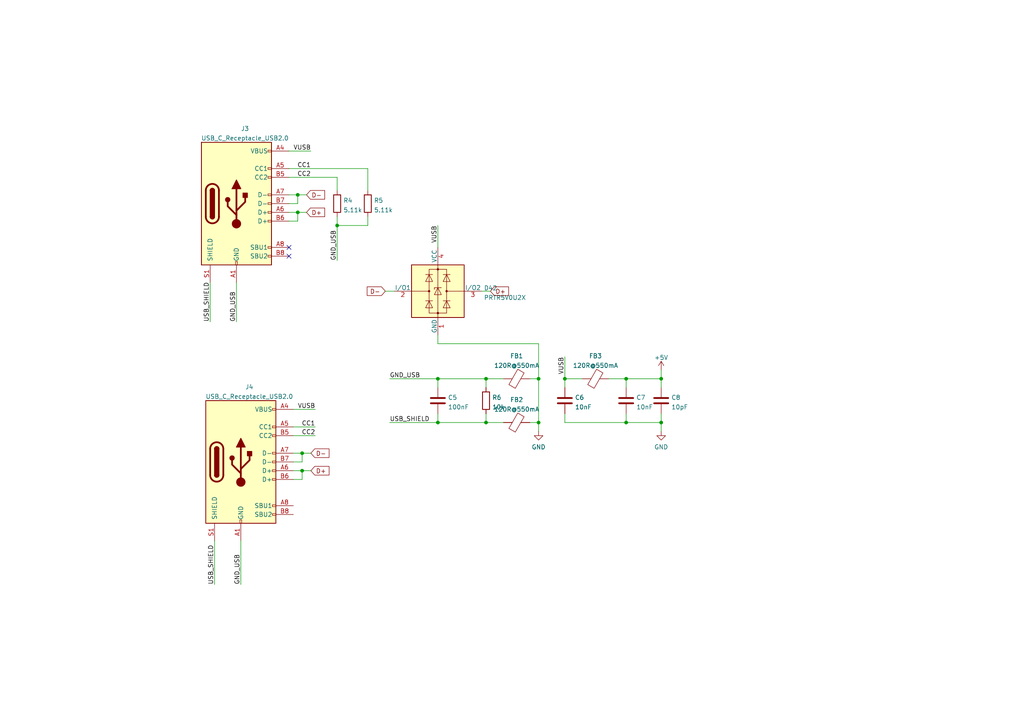
<source format=kicad_sch>
(kicad_sch (version 20210621) (generator eeschema)
  (paper "A4")
  (lib_symbols
    (symbol "Connector:USB_C_Receptacle_USB2.0" (pin_names (offset 1.016))
      (property "Reference" "J" (at -10.16 19.05 0))
      (property "Value" "USB_C_Receptacle_USB2.0" (at 19.05 19.05 0))
      (symbol "USB_C_Receptacle_USB2.0_0_0"
        (rectangle (start -0.254 -17.78) (end 0.254 -16.764))
        (rectangle (start 10.16 -14.986) (end 9.144 -15.494))
        (rectangle (start 10.16 -12.446) (end 9.144 -12.954))
        (rectangle (start 10.16 -4.826) (end 9.144 -5.334))
        (rectangle (start 10.16 -2.286) (end 9.144 -2.794))
        (rectangle (start 10.16 0.254) (end 9.144 -0.254))
        (rectangle (start 10.16 2.794) (end 9.144 2.286))
        (rectangle (start 10.16 7.874) (end 9.144 7.366))
        (rectangle (start 10.16 10.414) (end 9.144 9.906))
        (rectangle (start 10.16 15.494) (end 9.144 14.986))
      )
      (symbol "USB_C_Receptacle_USB2.0_0_1"
        (arc (start -8.89 -3.81) (end -5.08 -3.81) (radius (at -6.985 -3.81) (length 1.905) (angles -179.9 -0.1)) (stroke (width 0.508)))
        (arc (start -7.62 -3.81) (end -6.35 -3.81) (radius (at -6.985 -3.81) (length 0.635) (angles -179.9 -0.1)) (stroke (width 0.254)))
        (arc (start -6.35 3.81) (end -7.62 3.81) (radius (at -6.985 3.81) (length 0.635) (angles 0.1 179.9)) (stroke (width 0.254)))
        (arc (start -5.08 3.81) (end -8.89 3.81) (radius (at -6.985 3.81) (length 1.905) (angles 0.1 179.9)) (stroke (width 0.508)))
        (arc (start -7.62 -3.81) (end -6.35 -3.81) (radius (at -6.985 -3.81) (length 0.635) (angles -179.9 -0.1)) (stroke (width 0.254)) (fill (type outline)))
        (arc (start -6.35 3.81) (end -7.62 3.81) (radius (at -6.985 3.81) (length 0.635) (angles 0.1 179.9)) (stroke (width 0.254)) (fill (type outline)))
        (circle (center -2.54 1.143) (radius 0.635) (stroke (width 0.254)) (fill (type outline)))
        (circle (center 0 -5.842) (radius 1.27) (fill (type outline)))
        (rectangle (start -7.62 -3.81) (end -6.35 3.81) (stroke (width 0.254)) (fill (type outline)))
        (rectangle (start 1.905 1.778) (end 3.175 3.048) (stroke (width 0.254)) (fill (type outline)))
        (rectangle (start -10.16 17.78) (end 10.16 -17.78) (stroke (width 0.254)) (fill (type background)))
        (polyline (pts (xy -8.89 -3.81) (xy -8.89 3.81)) (stroke (width 0.508)))
        (polyline (pts (xy -5.08 3.81) (xy -5.08 -3.81)) (stroke (width 0.508)))
        (polyline (pts (xy 0 -5.842) (xy 0 4.318)) (stroke (width 0.508)))
        (polyline (pts (xy 0 -3.302) (xy -2.54 -0.762) (xy -2.54 0.508)) (stroke (width 0.508)))
        (polyline (pts (xy 0 -2.032) (xy 2.54 0.508) (xy 2.54 1.778)) (stroke (width 0.508)))
        (polyline (pts (xy -1.27 4.318) (xy 0 6.858) (xy 1.27 4.318) (xy -1.27 4.318)) (stroke (width 0.254)) (fill (type outline)))
      )
      (symbol "USB_C_Receptacle_USB2.0_1_1"
        (pin passive line (at 0 -22.86 90) (length 5.08) (name "GND") (number "A1"))
        (pin passive line (at 0 -22.86 90) (length 5.08) hide (name "GND") (number "A12"))
        (pin passive line (at 15.24 15.24 180) (length 5.08) (name "VBUS") (number "A4"))
        (pin bidirectional line (at 15.24 10.16 180) (length 5.08) (name "CC1") (number "A5"))
        (pin bidirectional line (at 15.24 -2.54 180) (length 5.08) (name "D+") (number "A6"))
        (pin bidirectional line (at 15.24 2.54 180) (length 5.08) (name "D-") (number "A7"))
        (pin bidirectional line (at 15.24 -12.7 180) (length 5.08) (name "SBU1") (number "A8"))
        (pin passive line (at 15.24 15.24 180) (length 5.08) hide (name "VBUS") (number "A9"))
        (pin passive line (at 0 -22.86 90) (length 5.08) hide (name "GND") (number "B1"))
        (pin passive line (at 0 -22.86 90) (length 5.08) hide (name "GND") (number "B12"))
        (pin passive line (at 15.24 15.24 180) (length 5.08) hide (name "VBUS") (number "B4"))
        (pin bidirectional line (at 15.24 7.62 180) (length 5.08) (name "CC2") (number "B5"))
        (pin bidirectional line (at 15.24 -5.08 180) (length 5.08) (name "D+") (number "B6"))
        (pin bidirectional line (at 15.24 0 180) (length 5.08) (name "D-") (number "B7"))
        (pin bidirectional line (at 15.24 -15.24 180) (length 5.08) (name "SBU2") (number "B8"))
        (pin passive line (at 15.24 15.24 180) (length 5.08) hide (name "VBUS") (number "B9"))
        (pin passive line (at -7.62 -22.86 90) (length 5.08) (name "SHIELD") (number "S1"))
      )
    )
    (symbol "Device:C" (pin_numbers hide) (pin_names (offset 0.254))
      (property "Reference" "C" (at 0.635 2.54 0))
      (property "Value" "C" (at 0.635 -2.54 0))
      (symbol "C_0_1"
        (polyline (pts (xy -2.032 -0.762) (xy 2.032 -0.762)) (stroke (width 0.508)))
        (polyline (pts (xy -2.032 0.762) (xy 2.032 0.762)) (stroke (width 0.508)))
      )
      (symbol "C_1_1"
        (pin passive line (at 0 3.81 270) (length 2.794) (name "~") (number "1"))
        (pin passive line (at 0 -3.81 90) (length 2.794) (name "~") (number "2"))
      )
    )
    (symbol "Device:FerriteBead" (pin_numbers hide) (pin_names (offset 0))
      (property "Reference" "FB" (at -3.81 0.635 90))
      (property "Value" "FerriteBead" (at 3.81 0 90))
      (symbol "FerriteBead_0_1"
        (polyline (pts (xy 0 -1.27) (xy 0 -1.2192)))
        (polyline (pts (xy 0 1.27) (xy 0 1.2954)))
        (polyline (pts (xy -2.7686 0.4064) (xy -1.7018 2.2606) (xy 2.7686 -0.3048) (xy 1.6764 -2.159) (xy -2.7686 0.4064)))
      )
      (symbol "FerriteBead_1_1"
        (pin passive line (at 0 3.81 270) (length 2.54) (name "~") (number "1"))
        (pin passive line (at 0 -3.81 90) (length 2.54) (name "~") (number "2"))
      )
    )
    (symbol "Device:R" (pin_numbers hide) (pin_names (offset 0))
      (property "Reference" "R" (at 2.032 0 90))
      (property "Value" "R" (at 0 0 90))
      (symbol "R_0_1"
        (rectangle (start -1.016 -2.54) (end 1.016 2.54) (stroke (width 0.254)))
      )
      (symbol "R_1_1"
        (pin passive line (at 0 3.81 270) (length 1.27) (name "~") (number "1"))
        (pin passive line (at 0 -3.81 90) (length 1.27) (name "~") (number "2"))
      )
    )
    (symbol "Power_Protection:PRTR5V0U2X" (pin_names (offset 0))
      (property "Reference" "D" (at 2.794 8.636 0))
      (property "Value" "PRTR5V0U2X" (at 8.128 -9.398 0))
      (symbol "PRTR5V0U2X_0_1"
        (circle (center -2.54 0) (radius 0.254) (fill (type outline)))
        (circle (center 0 -6.35) (radius 0.254) (fill (type outline)))
        (circle (center 0 6.35) (radius 0.254) (fill (type outline)))
        (circle (center 2.54 0) (radius 0.254) (fill (type outline)))
        (rectangle (start -2.54 6.35) (end 2.54 -6.35))
        (rectangle (start -7.62 -7.62) (end 7.62 7.62) (stroke (width 0.254)) (fill (type background)))
        (polyline (pts (xy -2.54 0) (xy -7.62 0)))
        (polyline (pts (xy -1.524 -2.794) (xy -3.556 -2.794)))
        (polyline (pts (xy -1.524 4.826) (xy -3.556 4.826)))
        (polyline (pts (xy 0 -7.62) (xy 0 7.62)))
        (polyline (pts (xy 1.524 -2.794) (xy 3.556 -2.794)))
        (polyline (pts (xy 1.524 4.826) (xy 3.556 4.826)))
        (polyline (pts (xy 2.54 0) (xy 7.62 0)))
        (polyline (pts (xy 1.016 1.016) (xy -1.016 1.016) (xy -1.016 0.508)))
        (polyline (pts (xy -3.556 -4.826) (xy -1.524 -4.826) (xy -2.54 -2.794) (xy -3.556 -4.826)))
        (polyline (pts (xy -3.556 2.794) (xy -1.524 2.794) (xy -2.54 4.826) (xy -3.556 2.794)))
        (polyline (pts (xy -1.016 -1.016) (xy 1.016 -1.016) (xy 0 1.016) (xy -1.016 -1.016)))
        (polyline (pts (xy 3.556 -4.826) (xy 1.524 -4.826) (xy 2.54 -2.794) (xy 3.556 -4.826)))
        (polyline (pts (xy 3.556 2.794) (xy 1.524 2.794) (xy 2.54 4.826) (xy 3.556 2.794)))
      )
      (symbol "PRTR5V0U2X_1_1"
        (pin passive line (at 0 -12.7 90) (length 5.08) (name "GND") (number "1"))
        (pin passive line (at -12.7 0 0) (length 5.08) (name "I/O1") (number "2"))
        (pin passive line (at 12.7 0 180) (length 5.08) (name "I/O2") (number "3"))
        (pin passive line (at 0 12.7 270) (length 5.08) (name "VCC") (number "4"))
      )
    )
    (symbol "power:+5V" (power) (pin_names (offset 0))
      (property "Value" "+5V" (at 0 3.556 0))
      (symbol "+5V_0_1"
        (polyline (pts (xy -0.762 1.27) (xy 0 2.54)))
        (polyline (pts (xy 0 0) (xy 0 2.54)))
        (polyline (pts (xy 0 2.54) (xy 0.762 1.27)))
      )
      (symbol "+5V_1_1"
        (pin power_in line (at 0 0 90) (length 0) hide (name "+5V") (number "1"))
      )
    )
    (symbol "power:GND" (power) (pin_names (offset 0))
      (property "Value" "GND" (at 0 -3.81 0))
      (symbol "GND_0_1"
        (polyline (pts (xy 0 0) (xy 0 -1.27) (xy 1.27 -1.27) (xy 0 -2.54) (xy -1.27 -1.27) (xy 0 -1.27)))
      )
      (symbol "GND_1_1"
        (pin power_in line (at 0 0 270) (length 0) hide (name "GND") (number "1"))
      )
    )
  )
  (junction (at 86.36 56.515))
  (junction (at 86.36 61.595))
  (junction (at 87.63 131.445))
  (junction (at 87.63 136.525))
  (junction (at 97.79 65.405))
  (junction (at 127 109.855))
  (junction (at 127 122.555))
  (junction (at 140.97 109.855))
  (junction (at 140.97 122.555))
  (junction (at 156.21 109.855))
  (junction (at 156.21 122.555))
  (junction (at 163.83 109.855))
  (junction (at 181.61 109.855))
  (junction (at 181.61 122.555))
  (junction (at 191.77 109.855))
  (junction (at 191.77 122.555))
  (no_connect (at 83.82 71.755))
  (no_connect (at 83.82 74.295))
  (wire (pts (xy 60.96 81.915) (xy 60.96 93.345)))
  (wire (pts (xy 62.23 156.845) (xy 62.23 169.545)))
  (wire (pts (xy 68.58 81.915) (xy 68.58 93.345)))
  (wire (pts (xy 69.85 156.845) (xy 69.85 169.545)))
  (wire (pts (xy 83.82 43.815) (xy 90.17 43.815)))
  (wire (pts (xy 83.82 48.895) (xy 106.68 48.895)))
  (wire (pts (xy 83.82 51.435) (xy 97.79 51.435)))
  (wire (pts (xy 83.82 56.515) (xy 86.36 56.515)))
  (wire (pts (xy 83.82 59.055) (xy 86.36 59.055)))
  (wire (pts (xy 83.82 61.595) (xy 86.36 61.595)))
  (wire (pts (xy 83.82 64.135) (xy 86.36 64.135)))
  (wire (pts (xy 85.09 118.745) (xy 91.44 118.745)))
  (wire (pts (xy 85.09 123.825) (xy 91.44 123.825)))
  (wire (pts (xy 85.09 126.365) (xy 91.44 126.365)))
  (wire (pts (xy 85.09 131.445) (xy 87.63 131.445)))
  (wire (pts (xy 85.09 133.985) (xy 87.63 133.985)))
  (wire (pts (xy 85.09 136.525) (xy 87.63 136.525)))
  (wire (pts (xy 85.09 139.065) (xy 87.63 139.065)))
  (wire (pts (xy 86.36 56.515) (xy 88.9 56.515)))
  (wire (pts (xy 86.36 59.055) (xy 86.36 56.515)))
  (wire (pts (xy 86.36 61.595) (xy 88.9 61.595)))
  (wire (pts (xy 86.36 64.135) (xy 86.36 61.595)))
  (wire (pts (xy 87.63 131.445) (xy 90.17 131.445)))
  (wire (pts (xy 87.63 133.985) (xy 87.63 131.445)))
  (wire (pts (xy 87.63 136.525) (xy 90.17 136.525)))
  (wire (pts (xy 87.63 139.065) (xy 87.63 136.525)))
  (wire (pts (xy 97.79 51.435) (xy 97.79 55.245)))
  (wire (pts (xy 97.79 62.865) (xy 97.79 65.405)))
  (wire (pts (xy 97.79 65.405) (xy 97.79 75.565)))
  (wire (pts (xy 106.68 48.895) (xy 106.68 55.245)))
  (wire (pts (xy 106.68 62.865) (xy 106.68 65.405)))
  (wire (pts (xy 106.68 65.405) (xy 97.79 65.405)))
  (wire (pts (xy 111.76 84.455) (xy 114.3 84.455)))
  (wire (pts (xy 113.03 109.855) (xy 127 109.855)))
  (wire (pts (xy 127 65.405) (xy 127 71.755)))
  (wire (pts (xy 127 99.695) (xy 127 97.155)))
  (wire (pts (xy 127 109.855) (xy 127 112.395)))
  (wire (pts (xy 127 109.855) (xy 140.97 109.855)))
  (wire (pts (xy 127 120.015) (xy 127 122.555)))
  (wire (pts (xy 127 122.555) (xy 113.03 122.555)))
  (wire (pts (xy 139.7 84.455) (xy 142.24 84.455)))
  (wire (pts (xy 140.97 109.855) (xy 140.97 112.395)))
  (wire (pts (xy 140.97 109.855) (xy 146.05 109.855)))
  (wire (pts (xy 140.97 120.015) (xy 140.97 122.555)))
  (wire (pts (xy 140.97 122.555) (xy 127 122.555)))
  (wire (pts (xy 140.97 122.555) (xy 146.05 122.555)))
  (wire (pts (xy 156.21 99.695) (xy 127 99.695)))
  (wire (pts (xy 156.21 109.855) (xy 153.67 109.855)))
  (wire (pts (xy 156.21 109.855) (xy 156.21 99.695)))
  (wire (pts (xy 156.21 122.555) (xy 153.67 122.555)))
  (wire (pts (xy 156.21 122.555) (xy 156.21 109.855)))
  (wire (pts (xy 156.21 125.095) (xy 156.21 122.555)))
  (wire (pts (xy 163.83 103.505) (xy 163.83 109.855)))
  (wire (pts (xy 163.83 109.855) (xy 163.83 112.395)))
  (wire (pts (xy 163.83 120.015) (xy 163.83 122.555)))
  (wire (pts (xy 163.83 122.555) (xy 181.61 122.555)))
  (wire (pts (xy 168.91 109.855) (xy 163.83 109.855)))
  (wire (pts (xy 176.53 109.855) (xy 181.61 109.855)))
  (wire (pts (xy 181.61 109.855) (xy 181.61 112.395)))
  (wire (pts (xy 181.61 109.855) (xy 191.77 109.855)))
  (wire (pts (xy 181.61 122.555) (xy 181.61 120.015)))
  (wire (pts (xy 181.61 122.555) (xy 191.77 122.555)))
  (wire (pts (xy 191.77 107.315) (xy 191.77 109.855)))
  (wire (pts (xy 191.77 109.855) (xy 191.77 112.395)))
  (wire (pts (xy 191.77 122.555) (xy 191.77 120.015)))
  (wire (pts (xy 191.77 122.555) (xy 191.77 125.095)))
  (label "USB_SHIELD" (at 60.96 93.345 90))
  (label "USB_SHIELD" (at 62.23 169.545 90))
  (label "GND_USB" (at 68.58 93.345 90))
  (label "GND_USB" (at 69.85 169.545 90))
  (label "VUSB" (at 90.17 43.815 180))
  (label "CC1" (at 90.17 48.895 180))
  (label "CC2" (at 90.17 51.435 180))
  (label "VUSB" (at 91.44 118.745 180))
  (label "CC1" (at 91.44 123.825 180))
  (label "CC2" (at 91.44 126.365 180))
  (label "GND_USB" (at 97.79 75.565 90))
  (label "GND_USB" (at 113.03 109.855 0))
  (label "USB_SHIELD" (at 113.03 122.555 0))
  (label "VUSB" (at 127 65.405 270))
  (label "VUSB" (at 163.83 103.505 270))
  (global_label "D-" (shape input) (at 88.9 56.515 0) (property "Intersheet References" "${INTERSHEET_REFS}" (effects hide)))
  (global_label "D+" (shape input) (at 88.9 61.595 0) (property "Intersheet References" "${INTERSHEET_REFS}" (effects hide)))
  (global_label "D-" (shape input) (at 90.17 131.445 0) (property "Intersheet References" "${INTERSHEET_REFS}" (effects hide)))
  (global_label "D+" (shape input) (at 90.17 136.525 0) (property "Intersheet References" "${INTERSHEET_REFS}" (effects hide)))
  (global_label "D-" (shape input) (at 111.76 84.455 180) (property "Intersheet References" "${INTERSHEET_REFS}" (effects hide)))
  (global_label "D+" (shape input) (at 142.24 84.455 0) (property "Intersheet References" "${INTERSHEET_REFS}" (effects hide)))
  (symbol (lib_id "power:+5V") (at 191.77 107.315 0) (unit 1)
    (property "Reference" "#PWR028" (effects hide))
    (property "Value" "+5V" (at 191.77 103.7104 0))
  )
  (symbol (lib_id "power:GND") (at 156.21 125.095 0) (unit 1)
    (property "Reference" "#PWR027" (effects hide))
    (property "Value" "GND" (at 156.21 129.6576 0))
  )
  (symbol (lib_id "power:GND") (at 191.77 125.095 0) (unit 1)
    (property "Reference" "#PWR029" (effects hide))
    (property "Value" "GND" (at 191.77 129.6576 0))
  )
  (symbol (lib_id "Device:R") (at 97.79 59.055 0) (unit 1)
    (property "Reference" "R4" (at 99.5681 58.1465 0) (effects (justify left)))
    (property "Value" "5.11k" (at 99.5681 60.9216 0) (effects (justify left)))
    (property "Footprint" "Resistor_SMD:R_0603_1608Metric" (effects hide))
  )
  (symbol (lib_id "Device:R") (at 106.68 59.055 0) (unit 1)
    (property "Reference" "R5" (at 108.4581 58.1465 0) (effects (justify left)))
    (property "Value" "5.11k" (at 108.4581 60.9216 0) (effects (justify left)))
    (property "Footprint" "Resistor_SMD:R_0603_1608Metric" (effects hide))
  )
  (symbol (lib_id "Device:R") (at 140.97 116.205 0) (unit 1)
    (property "Reference" "R6" (at 142.7481 115.2965 0) (effects (justify left)))
    (property "Value" "10k" (at 142.7481 118.0716 0) (effects (justify left)))
    (property "Footprint" "Resistor_SMD:R_0603_1608Metric" (effects hide))
    (property "Mounted" "no" (effects hide))
  )
  (symbol (lib_id "Device:C") (at 127 116.205 0) (unit 1)
    (property "Reference" "C5" (at 129.9211 115.2965 0) (effects (justify left)))
    (property "Value" "100nF" (at 129.9211 118.0716 0) (effects (justify left)))
    (property "Footprint" "Capacitor_SMD:C_0603_1608Metric" (effects hide))
    (property "Mounted" "no" (effects hide))
  )
  (symbol (lib_id "Device:C") (at 163.83 116.205 0) (unit 1)
    (property "Reference" "C6" (at 166.7511 115.2965 0) (effects (justify left)))
    (property "Value" "10nF" (at 166.7511 118.0716 0) (effects (justify left)))
    (property "Footprint" "Capacitor_SMD:C_0603_1608Metric" (effects hide))
    (property "Mounted" "yes" (effects hide))
  )
  (symbol (lib_id "Device:C") (at 181.61 116.205 0) (unit 1)
    (property "Reference" "C7" (at 184.5311 115.2965 0) (effects (justify left)))
    (property "Value" "10nF" (at 184.5311 118.0716 0) (effects (justify left)))
    (property "Footprint" "Capacitor_SMD:C_0603_1608Metric" (effects hide))
    (property "Mounted" "yes" (effects hide))
  )
  (symbol (lib_id "Device:C") (at 191.77 116.205 0) (unit 1)
    (property "Reference" "C8" (at 194.6911 115.2965 0) (effects (justify left)))
    (property "Value" "10pF" (at 194.6911 118.0716 0) (effects (justify left)))
    (property "Footprint" "Capacitor_SMD:C_0603_1608Metric" (effects hide))
    (property "Mounted" "yes" (effects hide))
  )
  (symbol (lib_id "Device:FerriteBead") (at 149.86 109.855 90) (unit 1)
    (property "Reference" "FB1" (at 149.86 103.2468 90))
    (property "Value" "120R@550mA" (at 149.86 106.0219 90))
    (property "Footprint" "Resistor_SMD:R_0603_1608Metric" (effects hide))
  )
  (symbol (lib_id "Device:FerriteBead") (at 149.86 122.555 90) (unit 1)
    (property "Reference" "FB2" (at 149.86 115.9468 90))
    (property "Value" "120R@550mA" (at 149.86 118.7219 90))
    (property "Footprint" "Resistor_SMD:R_0603_1608Metric" (effects hide))
  )
  (symbol (lib_id "Device:FerriteBead") (at 172.72 109.855 90) (unit 1)
    (property "Reference" "FB3" (at 172.72 103.2468 90))
    (property "Value" "120R@550mA" (at 172.72 106.0219 90))
    (property "Footprint" "Resistor_SMD:R_0603_1608Metric" (effects hide))
  )
  (symbol (lib_id "Power_Protection:PRTR5V0U2X") (at 127 84.455 0) (unit 1)
    (property "Reference" "D42" (at 140.3351 83.5465 0) (effects (justify left)))
    (property "Value" "PRTR5V0U2X" (at 140.3351 86.3216 0) (effects (justify left)))
    (property "Footprint" "Package_TO_SOT_SMD:SOT-143" (effects hide))
    (property "Datasheet" "https://assets.nexperia.com/documents/data-sheet/PRTR5V0U2X.pdf" (effects hide))
  )
  (symbol (lib_id "Connector:USB_C_Receptacle_USB2.0") (at 68.58 59.055 0) (unit 1)
    (property "Reference" "J3" (at 71.0565 37.3084 0))
    (property "Value" "USB_C_Receptacle_USB2.0" (at 71.0565 40.0835 0))
    (property "Footprint" "Connector_USB:USB_C_Receptacle_JAE_DX07S016JA1R1500" (effects hide))
    (property "Datasheet" "https://www.usb.org/sites/default/files/documents/usb_type-c.zip" (effects hide))
  )
  (symbol (lib_id "Connector:USB_C_Receptacle_USB2.0") (at 69.85 133.985 0) (unit 1)
    (property "Reference" "J4" (at 72.3265 112.2384 0))
    (property "Value" "USB_C_Receptacle_USB2.0" (at 72.3265 115.0135 0))
    (property "Footprint" "Connector_USB:USB_C_Receptacle_JAE_DX07S016JA1R1500" (effects hide))
    (property "Datasheet" "https://www.usb.org/sites/default/files/documents/usb_type-c.zip" (effects hide))
  )
)
</source>
